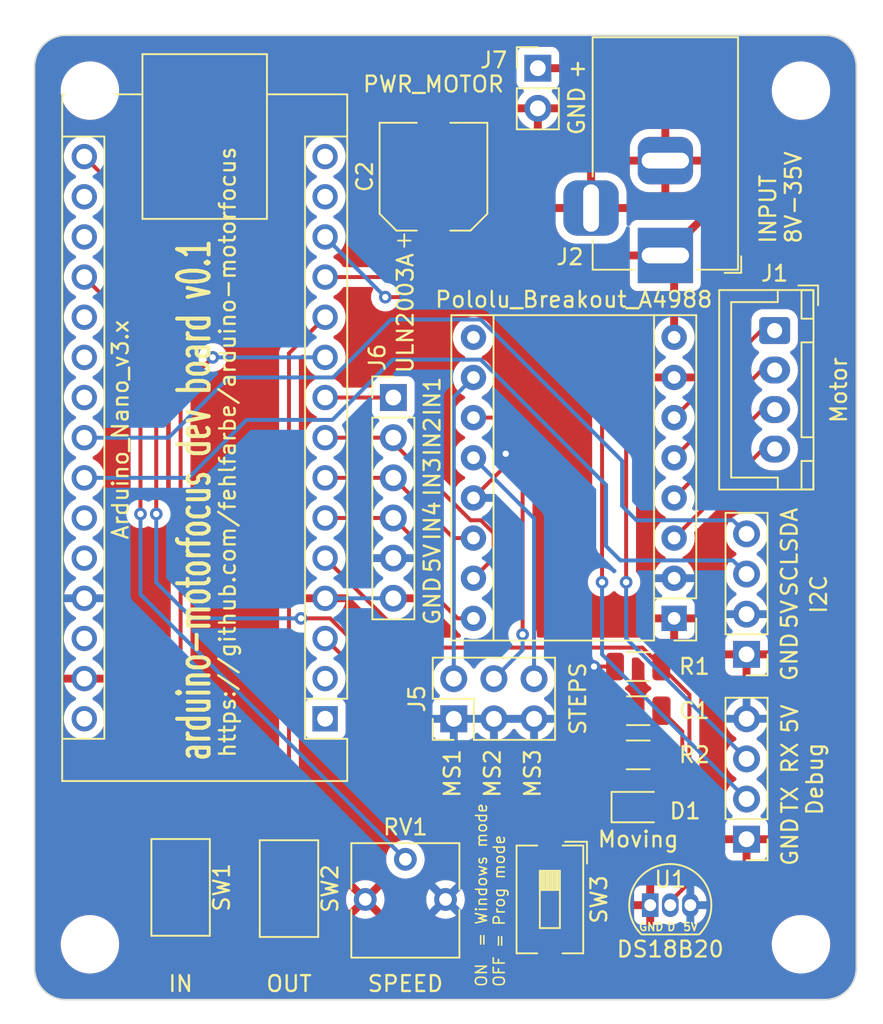
<source format=kicad_pcb>
(kicad_pcb (version 20221018) (generator pcbnew)
  (layers (0 "F.Cu" signal) (31 "B.Cu" signal) (34 "B.Paste" user) (35 "F.Paste" user) (36 "B.SilkS" user "B.Silkscreen") (37 "F.SilkS" user "F.Silkscreen") (38 "B.Mask" user) (39 "F.Mask" user) (44 "Edge.Cuts" user))
  (net 0 "")
  (net 3 "/RST")
  (net 4 "GND")
  (net 5 "/TEMP")
  (net 6 "/DRV_DIR")
  (net 7 "/DRV_SLEEP")
  (net 8 "/DRV_STEP")
  (net 9 "/BTN_IN")
  (net 10 "/BTN_OUT")
  (net 11 "/DBG_RX")
  (net 12 "/DBG_TX")
  (net 15 "/LED")
  (net 18 "/BTN_POTI_SPEED")
  (net 22 "/SDA")
  (net 23 "/SCL")
  (net 26 "+5V")
  (net 28 "Net-(A2-1B)")
  (net 29 "Net-(A2-1A)")
  (net 30 "Net-(A2-2A)")
  (net 31 "Net-(A2-2B)")
  (net 32 "+12V")
  (net 34 "Net-(A2-MS1)")
  (net 35 "Net-(A2-MS2)")
  (net 36 "Net-(A2-MS3)")
  (net 37 "Net-(C1-Pad1)")
  (net 38 "Net-(D1-A)")
  (net 40 "/ULN1")
  (footprint "Module:Pololu_Breakout-16_15.2x20.3mm" (layer "F.Cu") (at 173.472 87.884 180)
    (fp_text reference "A2" hide)
    (fp_text value "Pololu_Breakout_A4988" (at 6.35 20.17) (layer "F.SilkS"))
    (fp_line (start -1.4 -1.4) (end -1.4 0) (stroke (width 0.12)) (layer "F.SilkS"))
    (fp_line (start -1.4 1.27) (end -1.4 19.18) (stroke (width 0.12)) (layer "F.SilkS"))
    (fp_line (start -1.4 19.18) (end 14.1 19.18) (stroke (width 0.12)) (layer "F.SilkS"))
    (fp_line (start 0 -1.4) (end -1.4 -1.4) (stroke (width 0.12)) (layer "F.SilkS"))
    (fp_line (start 1.27 -1.4) (end 1.27 1.27) (stroke (width 0.12)) (layer "F.SilkS"))
    (fp_line (start 1.27 1.27) (end -1.4 1.27) (stroke (width 0.12)) (layer "F.SilkS"))
    (fp_line (start 1.27 1.27) (end 1.27 19.18) (stroke (width 0.12)) (layer "F.SilkS"))
    (fp_line (start 11.43 -1.4) (end 11.43 19.18) (stroke (width 0.12)) (layer "F.SilkS"))
    (fp_line (start 14.1 -1.4) (end 1.27 -1.4) (stroke (width 0.12)) (layer "F.SilkS"))
    (fp_line (start 14.1 19.18) (end 14.1 -1.4) (stroke (width 0.12)) (layer "F.SilkS"))
    (pad "1" thru_hole rect (at 0 0 180) (size 1.6 1.6) (drill 0.8) (layers "*.Cu" "*.Mask") (net 4 "GND"))
    (pad "2" thru_hole oval (at 0 2.54 180) (size 1.6 1.6) (drill 0.8) (layers "*.Cu" "*.Mask") (net 26 "+5V"))
    (pad "3" thru_hole oval (at 0 5.08 180) (size 1.6 1.6) (drill 0.8) (layers "*.Cu" "*.Mask") (net 28 "Net-(A2-1B)"))
    (pad "4" thru_hole oval (at 0 7.62 180) (size 1.6 1.6) (drill 0.8) (layers "*.Cu" "*.Mask") (net 29 "Net-(A2-1A)"))
    (pad "5" thru_hole oval (at 0 10.16 180) (size 1.6 1.6) (drill 0.8) (layers "*.Cu" "*.Mask") (net 30 "Net-(A2-2A)"))
    (pad "6" thru_hole oval (at 0 12.7 180) (size 1.6 1.6) (drill 0.8) (layers "*.Cu" "*.Mask") (net 31 "Net-(A2-2B)"))
    (pad "7" thru_hole oval (at 0 15.24 180) (size 1.6 1.6) (drill 0.8) (layers "*.Cu" "*.Mask") (net 4 "GND"))
    (pad "8" thru_hole oval (at 0 17.78 180) (size 1.6 1.6) (drill 0.8) (layers "*.Cu" "*.Mask") (net 32 "+12V"))
    (pad "9" thru_hole oval (at 12.7 17.78 180) (size 1.6 1.6) (drill 0.8) (layers "*.Cu" "*.Mask"))
    (pad "10" thru_hole oval (at 12.7 15.24 180) (size 1.6 1.6) (drill 0.8) (layers "*.Cu" "*.Mask") (net 34 "Net-(A2-MS1)"))
    (pad "11" thru_hole oval (at 12.7 12.7 180) (size 1.6 1.6) (drill 0.8) (layers "*.Cu" "*.Mask") (net 35 "Net-(A2-MS2)"))
    (pad "12" thru_hole oval (at 12.7 10.16 180) (size 1.6 1.6) (drill 0.8) (layers "*.Cu" "*.Mask") (net 36 "Net-(A2-MS3)"))
    (pad "13" thru_hole oval (at 12.7 7.62 180) (size 1.6 1.6) (drill 0.8) (layers "*.Cu" "*.Mask") (net 26 "+5V"))
    (pad "14" thru_hole oval (at 12.7 5.08 180) (size 1.6 1.6) (drill 0.8) (layers "*.Cu" "*.Mask") (net 7 "/DRV_SLEEP"))
    (pad "15" thru_hole oval (at 12.7 2.54 180) (size 1.6 1.6) (drill 0.8) (layers "*.Cu" "*.Mask") (net 8 "/DRV_STEP"))
    (pad "16" thru_hole oval (at 12.7 0 180) (size 1.6 1.6) (drill 0.8) (layers "*.Cu" "*.Mask") (net 6 "/DRV_DIR"))
  )
  (footprint "Connector_PinHeader_2.54mm:PinHeader_1x02_P2.54mm_Vertical" (layer "F.Cu") (at 164.846 53.081)
    (fp_text reference "J7" (at -2.794 -0.508) (layer "F.SilkS"))
    (fp_text value "PWR_MOTOR" (at -6.604 1.016) (layer "F.SilkS"))
    (fp_line (start -1.33 -1.33) (end 0 -1.33) (stroke (width 0.12)) (layer "F.SilkS"))
    (fp_line (start -1.33 0) (end -1.33 -1.33) (stroke (width 0.12)) (layer "F.SilkS"))
    (fp_line (start -1.33 1.27) (end -1.33 3.87) (stroke (width 0.12)) (layer "F.SilkS"))
    (fp_line (start -1.33 1.27) (end 1.33 1.27) (stroke (width 0.12)) (layer "F.SilkS"))
    (fp_line (start -1.33 3.87) (end 1.33 3.87) (stroke (width 0.12)) (layer "F.SilkS"))
    (fp_line (start 1.33 1.27) (end 1.33 3.87) (stroke (width 0.12)) (layer "F.SilkS"))
    (pad "1" thru_hole rect (at 0 0) (size 1.7 1.7) (drill 1) (layers "*.Cu" "*.Mask") (net 32 "+12V"))
    (pad "2" thru_hole oval (at 0 2.54) (size 1.7 1.7) (drill 1) (layers "*.Cu" "*.Mask") (net 4 "GND"))
  )
  (footprint "Resistor_SMD:R_1206_3216Metric" (layer "F.Cu") (at 171.196 96.52 180)
    (fp_text reference "R2" (at -3.556 0) (layer "F.SilkS"))
    (fp_text value "680")
    (fp_line (start -0.727064 -0.91) (end 0.727064 -0.91) (stroke (width 0.12)) (layer "F.SilkS"))
    (fp_line (start -0.727064 0.91) (end 0.727064 0.91) (stroke (width 0.12)) (layer "F.SilkS"))
    (pad "1" smd roundrect (at -1.4625 0 180) (size 1.125 1.75) (layers "F.Cu" "F.Paste" "F.Mask") (roundrect_rratio 0.2222222222) (net 38 "Net-(D1-A)"))
    (pad "2" smd roundrect (at 1.4625 0 180) (size 1.125 1.75) (layers "F.Cu" "F.Paste" "F.Mask") (roundrect_rratio 0.2222222222) (net 15 "/LED"))
  )
  (footprint "Capacitor_SMD:CP_Elec_6.3x5.9" (layer "F.Cu") (at 158.242 59.944 90)
    (fp_text reference "C2" (at 0 -4.35 90) (layer "F.SilkS"))
    (fp_text value "C_Polarized")
    (fp_line (start -4.4375 -1.8475) (end -3.65 -1.8475) (stroke (width 0.12)) (layer "F.SilkS"))
    (fp_line (start -4.04375 -2.24125) (end -4.04375 -1.45375) (stroke (width 0.12)) (layer "F.SilkS"))
    (fp_line (start -3.41 -2.345563) (end -3.41 -1.06) (stroke (width 0.12)) (layer "F.SilkS"))
    (fp_line (start -3.41 -2.345563) (end -2.345563 -3.41) (stroke (width 0.12)) (layer "F.SilkS"))
    (fp_line (start -3.41 2.345563) (end -3.41 1.06) (stroke (width 0.12)) (layer "F.SilkS"))
    (fp_line (start -3.41 2.345563) (end -2.345563 3.41) (stroke (width 0.12)) (layer "F.SilkS"))
    (fp_line (start -2.345563 -3.41) (end 3.41 -3.41) (stroke (width 0.12)) (layer "F.SilkS"))
    (fp_line (start -2.345563 3.41) (end 3.41 3.41) (stroke (width 0.12)) (layer "F.SilkS"))
    (fp_line (start 3.41 -3.41) (end 3.41 -1.06) (stroke (width 0.12)) (layer "F.SilkS"))
    (fp_line (start 3.41 3.41) (end 3.41 1.06) (stroke (width 0.12)) (layer "F.SilkS"))
    (pad "1" smd roundrect (at -2.8 0 90) (size 3.5 1.6) (layers "F.Cu" "F.Paste" "F.Mask") (roundrect_rratio 0.15625) (net 32 "+12V"))
    (pad "2" smd roundrect (at 2.8 0 90) (size 3.5 1.6) (layers "F.Cu" "F.Paste" "F.Mask") (roundrect_rratio 0.15625) (net 4 "GND"))
  )
  (footprint "Module:Arduino_Nano" (layer "F.Cu") (at 151.384 94.234 180)
    (fp_text reference "A1")
    (fp_text value "Arduino_Nano_v3.x" (at 12.954 18.288 90) (layer "F.SilkS"))
    (fp_line (start -1.4 -3.94) (end -1.4 -1.27) (stroke (width 0.12)) (layer "F.SilkS"))
    (fp_line (start -1.4 1.27) (end -1.4 39.5) (stroke (width 0.12)) (layer "F.SilkS"))
    (fp_line (start -1.4 39.5) (end 3.68 39.5) (stroke (width 0.12)) (layer "F.SilkS"))
    (fp_line (start 1.27 -1.27) (end -1.4 -1.27) (stroke (width 0.12)) (layer "F.SilkS"))
    (fp_line (start 1.27 1.27) (end -1.4 1.27) (stroke (width 0.12)) (layer "F.SilkS"))
    (fp_line (start 1.27 1.27) (end 1.27 -1.27) (stroke (width 0.12)) (layer "F.SilkS"))
    (fp_line (start 1.27 1.27) (end 1.27 36.83) (stroke (width 0.12)) (layer "F.SilkS"))
    (fp_line (start 1.27 36.83) (end -1.4 36.83) (stroke (width 0.12)) (layer "F.SilkS"))
    (fp_line (start 3.68 31.62) (end 11.56 31.62) (stroke (width 0.12)) (layer "F.SilkS"))
    (fp_line (start 3.68 42.04) (end 3.68 31.62) (stroke (width 0.12)) (layer "F.SilkS"))
    (fp_line (start 11.56 31.62) (end 11.56 42.04) (stroke (width 0.12)) (layer "F.SilkS"))
    (fp_line (start 11.56 42.04) (end 3.68 42.04) (stroke (width 0.12)) (layer "F.SilkS"))
    (fp_line (start 13.97 -1.27) (end 13.97 36.83) (stroke (width 0.12)) (layer "F.SilkS"))
    (fp_line (start 13.97 -1.27) (end 16.64 -1.27) (stroke (width 0.12)) (layer "F.SilkS"))
    (fp_line (start 13.97 36.83) (end 16.64 36.83) (stroke (width 0.12)) (layer "F.SilkS"))
    (fp_line (start 16.64 -3.94) (end -1.4 -3.94) (stroke (width 0.12)) (layer "F.SilkS"))
    (fp_line (start 16.64 39.5) (end 11.56 39.5) (stroke (width 0.12)) (layer "F.SilkS"))
    (fp_line (start 16.64 39.5) (end 16.64 -3.94) (stroke (width 0.12)) (layer "F.SilkS"))
    (pad "1" thru_hole rect (at 0 0 180) (size 1.6 1.6) (drill 1) (layers "*.Cu" "*.Mask"))
    (pad "2" thru_hole oval (at 0 2.54 180) (size 1.6 1.6) (drill 1) (layers "*.Cu" "*.Mask"))
    (pad "3" thru_hole oval (at 0 5.08 180) (size 1.6 1.6) (drill 1) (layers "*.Cu" "*.Mask") (net 3 "/RST"))
    (pad "4" thru_hole oval (at 0 7.62 180) (size 1.6 1.6) (drill 1) (layers "*.Cu" "*.Mask") (net 4 "GND"))
    (pad "5" thru_hole oval (at 0 10.16 180) (size 1.6 1.6) (drill 1) (layers "*.Cu" "*.Mask") (net 5 "/TEMP"))
    (pad "6" thru_hole oval (at 0 12.7 180) (size 1.6 1.6) (drill 1) (layers "*.Cu" "*.Mask") (net 6 "/DRV_DIR"))
    (pad "7" thru_hole oval (at 0 15.24 180) (size 1.6 1.6) (drill 1) (layers "*.Cu" "*.Mask") (net 7 "/DRV_SLEEP"))
    (pad "8" thru_hole oval (at 0 17.78 180) (size 1.6 1.6) (drill 1) (layers "*.Cu" "*.Mask") (net 8 "/DRV_STEP"))
    (pad "9" thru_hole oval (at 0 20.32 180) (size 1.6 1.6) (drill 1) (layers "*.Cu" "*.Mask") (net 40 "/ULN1"))
    (pad "10" thru_hole oval (at 0 22.86 180) (size 1.6 1.6) (drill 1) (layers "*.Cu" "*.Mask") (net 9 "/BTN_IN"))
    (pad "11" thru_hole oval (at 0 25.4 180) (size 1.6 1.6) (drill 1) (layers "*.Cu" "*.Mask") (net 10 "/BTN_OUT"))
    (pad "12" thru_hole oval (at 0 27.94 180) (size 1.6 1.6) (drill 1) (layers "*.Cu" "*.Mask") (net 11 "/DBG_RX"))
    (pad "13" thru_hole oval (at 0 30.48 180) (size 1.6 1.6) (drill 1) (layers "*.Cu" "*.Mask") (net 12 "/DBG_TX"))
    (pad "14" thru_hole oval (at 0 33.02 180) (size 1.6 1.6) (drill 1) (layers "*.Cu" "*.Mask"))
    (pad "15" thru_hole oval (at 0 35.56 180) (size 1.6 1.6) (drill 1) (layers "*.Cu" "*.Mask"))
    (pad "16" thru_hole oval (at 15.24 35.56 180) (size 1.6 1.6) (drill 1) (layers "*.Cu" "*.Mask") (net 15 "/LED"))
    (pad "17" thru_hole oval (at 15.24 33.02 180) (size 1.6 1.6) (drill 1) (layers "*.Cu" "*.Mask"))
    (pad "18" thru_hole oval (at 15.24 30.48 180) (size 1.6 1.6) (drill 1) (layers "*.Cu" "*.Mask"))
    (pad "19" thru_hole oval (at 15.24 27.94 180) (size 1.6 1.6) (drill 1) (layers "*.Cu" "*.Mask") (net 18 "/BTN_POTI_SPEED"))
    (pad "20" thru_hole oval (at 15.24 25.4 180) (size 1.6 1.6) (drill 1) (layers "*.Cu" "*.Mask"))
    (pad "21" thru_hole oval (at 15.24 22.86 180) (size 1.6 1.6) (drill 1) (layers "*.Cu" "*.Mask"))
    (pad "22" thru_hole oval (at 15.24 20.32 180) (size 1.6 1.6) (drill 1) (layers "*.Cu" "*.Mask"))
    (pad "23" thru_hole oval (at 15.24 17.78 180) (size 1.6 1.6) (drill 1) (layers "*.Cu" "*.Mask") (net 22 "/SDA"))
    (pad "24" thru_hole oval (at 15.24 15.24 180) (size 1.6 1.6) (drill 1) (layers "*.Cu" "*.Mask") (net 23 "/SCL"))
    (pad "25" thru_hole oval (at 15.24 12.7 180) (size 1.6 1.6) (drill 1) (layers "*.Cu" "*.Mask"))
    (pad "26" thru_hole oval (at 15.24 10.16 180) (size 1.6 1.6) (drill 1) (layers "*.Cu" "*.Mask"))
    (pad "27" thru_hole oval (at 15.24 7.62 180) (size 1.6 1.6) (drill 1) (layers "*.Cu" "*.Mask") (net 26 "+5V"))
    (pad "28" thru_hole oval (at 15.24 5.08 180) (size 1.6 1.6) (drill 1) (layers "*.Cu" "*.Mask"))
    (pad "29" thru_hole oval (at 15.24 2.54 180) (size 1.6 1.6) (drill 1) (layers "*.Cu" "*.Mask") (net 4 "GND"))
    (pad "30" thru_hole oval (at 15.24 0 180) (size 1.6 1.6) (drill 1) (layers "*.Cu" "*.Mask"))
  )
  (footprint "Button_Switch_SMD:SW_DIP_SPSTx01_Slide_6.7x4.1mm_W6.73mm_P2.54mm_LowProfile_JPin" (layer "F.Cu") (at 165.608 105.664 -90)
    (fp_text reference "SW3" (at 0 -3.11 90) (layer "F.SilkS"))
    (fp_text value "WIN")
    (fp_line (start -3.65 -2.35) (end -3.65 -0.967) (stroke (width 0.12)) (layer "F.SilkS"))
    (fp_line (start -3.65 -2.35) (end -2.267 -2.35) (stroke (width 0.12)) (layer "F.SilkS"))
    (fp_line (start -3.41 -2.11) (end -3.41 -0.8) (stroke (width 0.12)) (layer "F.SilkS"))
    (fp_line (start -3.41 -2.11) (end 3.41 -2.11) (stroke (width 0.12)) (layer "F.SilkS"))
    (fp_line (start -3.41 0.8) (end -3.41 2.11) (stroke (width 0.12)) (layer "F.SilkS"))
    (fp_line (start -3.41 2.11) (end 3.41 2.11) (stroke (width 0.12)) (layer "F.SilkS"))
    (fp_line (start -1.81 -0.635) (end -1.81 0.635) (stroke (width 0.12)) (layer "F.SilkS"))
    (fp_line (start -1.81 -0.515) (end -0.603333 -0.515) (stroke (width 0.12)) (layer "F.SilkS"))
    (fp_line (start -1.81 -0.395) (end -0.603333 -0.395) (stroke (width 0.12)) (layer "F.SilkS"))
    (fp_line (start -1.81 -0.275) (end -0.603333 -0.275) (stroke (width 0.12)) (layer "F.SilkS"))
    (fp_line (start -1.81 -0.155) (end -0.603333 -0.155) (stroke (width 0.12)) (layer "F.SilkS"))
    (fp_line (start -1.81 -0.035) (end -0.603333 -0.035) (stroke (width 0.12)) (layer "F.SilkS"))
    (fp_line (start -1.81 0.085) (end -0.603333 0.085) (stroke (width 0.12)) (layer "F.SilkS"))
    (fp_line (start -1.81 0.205) (end -0.603333 0.205) (stroke (width 0.12)) (layer "F.SilkS"))
    (fp_line (start -1.81 0.325) (end -0.603333 0.325) (stroke (width 0.12)) (layer "F.SilkS"))
    (fp_line (start -1.81 0.445) (end -0.603333 0.445) (stroke (width 0.12)) (layer "F.SilkS"))
    (fp_line (start -1.81 0.565) (end -0.603333 0.565) (stroke (width 0.12)) (layer "F.SilkS"))
    (fp_line (start -1.81 0.635) (end 1.81 0.635) (stroke (width 0.12)) (layer "F.SilkS"))
    (fp_line (start -0.603333 -0.635) (end -0.603333 0.635) (stroke (width 0.12)) (layer "F.SilkS"))
    (fp_line (start 1.81 -0.635) (end -1.81 -0.635) (stroke (width 0.12)) (layer "F.SilkS"))
    (fp_line (start 1.81 0.635) (end 1.81 -0.635) (stroke (width 0.12)) (layer "F.SilkS"))
    (fp_line (start 3.41 -2.11) (end 3.41 -0.8) (stroke (width 0.12)) (layer "F.SilkS"))
    (fp_line (start 3.41 0.8) (end 3.41 2.11) (stroke (width 0.12)) (layer "F.SilkS"))
    (pad "1" smd rect (at -3.365 0 270) (size 2.16 1.12) (layers "F.Cu" "F.Paste" "F.Mask") (net 3 "/RST"))
    (pad "2" smd rect (at 3.365 0 270) (size 2.16 1.12) (layers "F.Cu" "F.Paste" "F.Mask") (net 37 "Net-(C1-Pad1)"))
  )
  (footprint "Package_TO_SOT_THT:TO-92_Inline" (layer "F.Cu") (at 171.958 106.024)
    (fp_text reference "U1" (at 1.27 -1.63) (layer "F.SilkS"))
    (fp_text value "DS18B20" (at 1.27 2.79) (layer "F.SilkS"))
    (fp_line (start -0.53 1.85) (end 3.07 1.85) (stroke (width 0.12)) (layer "F.SilkS"))
    (fp_arc (start -0.568478 1.838478) (mid -1.132087 -0.994977) (end 1.27 -2.6) (stroke (width 0.12)) (layer "F.SilkS"))
    (fp_arc (start 1.27 -2.6) (mid 3.672087 -0.994977) (end 3.108478 1.838478) (stroke (width 0.12)) (layer "F.SilkS"))
    (pad "1" thru_hole rect (at 0 0) (size 1.05 1.5) (drill 0.75) (layers "*.Cu" "*.Mask") (net 4 "GND"))
    (pad "2" thru_hole oval (at 1.27 0) (size 1.05 1.5) (drill 0.75) (layers "*.Cu" "*.Mask") (net 5 "/TEMP"))
    (pad "3" thru_hole oval (at 2.54 0) (size 1.05 1.5) (drill 0.75) (layers "*.Cu" "*.Mask") (net 26 "+5V"))
  )
  (footprint "MountingHole:MountingHole_3.2mm_M3" (layer "F.Cu") (at 181.5 54.5)
    (fp_text reference "H1" hide)
    (fp_text value "MountingHole")
    (pad "" np_thru_hole circle (at 0 0) (size 3.2 3.2) (drill 3.2) (layers "*.Cu" "*.Mask"))
  )
  (footprint "Capacitor_SMD:C_1206_3216Metric" (layer "F.Cu") (at 171.196 93.726 180)
    (fp_text reference "C1" (at -3.556 0) (layer "F.SilkS"))
    (fp_text value "10uF")
    (fp_line (start -0.711252 -0.91) (end 0.711252 -0.91) (stroke (width 0.12)) (layer "F.SilkS"))
    (fp_line (start -0.711252 0.91) (end 0.711252 0.91) (stroke (width 0.12)) (layer "F.SilkS"))
    (pad "1" smd roundrect (at -1.475 0 180) (size 1.15 1.8) (layers "F.Cu" "F.Paste" "F.Mask") (roundrect_rratio 0.2173913043) (net 37 "Net-(C1-Pad1)"))
    (pad "2" smd roundrect (at 1.475 0 180) (size 1.15 1.8) (layers "F.Cu" "F.Paste" "F.Mask") (roundrect_rratio 0.2173913043) (net 4 "GND"))
  )
  (footprint "Connector_BarrelJack:BarrelJack_Horizontal" (layer "F.Cu") (at 172.9155 64.928 -90)
    (fp_text reference "J2" (at 0.096 6.0375 -180) (layer "F.SilkS"))
    (fp_text value "PWR_MOTOR")
    (fp_line (start -13.8 -4.6) (end 0.9 -4.6) (stroke (width 0.12)) (layer "F.SilkS"))
    (fp_line (start -13.8 4.6) (end -13.8 -4.6) (stroke (width 0.12)) (layer "F.SilkS"))
    (fp_line (start -5 4.6) (end -13.8 4.6) (stroke (width 0.12)) (layer "F.SilkS"))
    (fp_line (start 0.05 -4.8) (end 1.1 -4.8) (stroke (width 0.12)) (layer "F.SilkS"))
    (fp_line (start 0.9 -4.6) (end 0.9 -2) (stroke (width 0.12)) (layer "F.SilkS"))
    (fp_line (start 0.9 1.9) (end 0.9 4.6) (stroke (width 0.12)) (layer "F.SilkS"))
    (fp_line (start 0.9 4.6) (end -1 4.6) (stroke (width 0.12)) (layer "F.SilkS"))
    (fp_line (start 1.1 -3.75) (end 1.1 -4.8) (stroke (width 0.12)) (layer "F.SilkS"))
    (pad "1" thru_hole rect (at 0 0 270) (size 3.5 3.5) (drill oval 1 3) (layers "*.Cu" "*.Mask") (net 32 "+12V"))
    (pad "2" thru_hole roundrect (at -6 0 270) (size 3 3.5) (drill oval 1 3) (layers "*.Cu" "*.Mask") (net 4 "GND"))
    (pad "3" thru_hole roundrect (at -3 4.7 270) (size 3.5 3.5) (drill oval 3 1) (layers "*.Cu" "*.Mask") (net 4 "GND"))
  )
  (footprint "MountingHole:MountingHole_3.2mm_M3" (layer "F.Cu") (at 136.5 108.5)
    (fp_text reference "H3" hide)
    (fp_text value "MountingHole")
    (pad "" np_thru_hole circle (at 0 0) (size 3.2 3.2) (drill 3.2) (layers "*.Cu" "*.Mask"))
  )
  (footprint "Connector_JST:JST_XH_B4B-XH-A_1x04_P2.50mm_Vertical" (layer "F.Cu") (at 179.832 69.676 -90)
    (fp_text reference "J1" (at -3.616 0 -180) (layer "F.SilkS"))
    (fp_text value "Motor" (at 3.77 -4.064 90) (layer "F.SilkS"))
    (fp_line (start -2.85 -2.75) (end -2.85 -1.5) (stroke (width 0.12)) (layer "F.SilkS"))
    (fp_line (start -2.56 -2.46) (end -2.56 3.51) (stroke (width 0.12)) (layer "F.SilkS"))
    (fp_line (start -2.56 3.51) (end 10.06 3.51) (stroke (width 0.12)) (layer "F.SilkS"))
    (fp_line (start -2.55 -2.45) (end -2.55 -1.7) (stroke (width 0.12)) (layer "F.SilkS"))
    (fp_line (start -2.55 -1.7) (end -0.75 -1.7) (stroke (width 0.12)) (layer "F.SilkS"))
    (fp_line (start -2.55 -0.2) (end -1.8 -0.2) (stroke (width 0.12)) (layer "F.SilkS"))
    (fp_line (start -1.8 -0.2) (end -1.8 2.75) (stroke (width 0.12)) (layer "F.SilkS"))
    (fp_line (start -1.8 2.75) (end 3.75 2.75) (stroke (width 0.12)) (layer "F.SilkS"))
    (fp_line (start -1.6 -2.75) (end -2.85 -2.75) (stroke (width 0.12)) (layer "F.SilkS"))
    (fp_line (start -0.75 -2.45) (end -2.55 -2.45) (stroke (width 0.12)) (layer "F.SilkS"))
    (fp_line (start -0.75 -1.7) (end -0.75 -2.45) (stroke (width 0.12)) (layer "F.SilkS"))
    (fp_line (start 0.75 -2.45) (end 0.75 -1.7) (stroke (width 0.12)) (layer "F.SilkS"))
    (fp_line (start 0.75 -1.7) (end 6.75 -1.7) (stroke (width 0.12)) (layer "F.SilkS"))
    (fp_line (start 6.75 -2.45) (end 0.75 -2.45) (stroke (width 0.12)) (layer "F.SilkS"))
    (fp_line (start 6.75 -1.7) (end 6.75 -2.45) (stroke (width 0.12)) (layer "F.SilkS"))
    (fp_line (start 8.25 -2.45) (end 8.25 -1.7) (stroke (width 0.12)) (layer "F.SilkS"))
    (fp_line (start 8.25 -1.7) (end 10.05 -1.7) (stroke (width 0.12)) (layer "F.SilkS"))
    (fp_line (start 9.3 -0.2) (end 9.3 2.75) (stroke (width 0.12)) (layer "F.SilkS"))
    (fp_line (start 9.3 2.75) (end 3.75 2.75) (stroke (width 0.12)) (layer "F.SilkS"))
    (fp_line (start 10.05 -2.45) (end 8.25 -2.45) (stroke (width 0.12)) (layer "F.SilkS"))
    (fp_line (start 10.05 -1.7) (end 10.05 -2.45) (stroke (width 0.12)) (layer "F.SilkS"))
    (fp_line (start 10.05 -0.2) (end 9.3 -0.2) (stroke (width 0.12)) (layer "F.SilkS"))
    (fp_line (start 10.06 -2.46) (end -2.56 -2.46) (stroke (width 0.12)) (layer "F.SilkS"))
    (fp_line (start 10.06 3.51) (end 10.06 -2.46) (stroke (width 0.12)) (layer "F.SilkS"))
    (pad "1" thru_hole roundrect (at 0 0 270) (size 1.7 1.95) (drill 0.95) (layers "*.Cu" "*.Mask") (roundrect_rratio 0.1470588235) (net 31 "Net-(A2-2B)"))
    (pad "2" thru_hole oval (at 2.5 0 270) (size 1.7 1.95) (drill 0.95) (layers "*.Cu" "*.Mask") (net 30 "Net-(A2-2A)"))
    (pad "3" thru_hole oval (at 5 0 270) (size 1.7 1.95) (drill 0.95) (layers "*.Cu" "*.Mask") (net 29 "Net-(A2-1A)"))
    (pad "4" thru_hole oval (at 7.5 0 270) (size 1.7 1.95) (drill 0.95) (layers "*.Cu" "*.Mask") (net 28 "Net-(A2-1B)"))
  )
  (footprint "MountingHole:MountingHole_3.2mm_M3" (layer "F.Cu") (at 136.5 54.5)
    (fp_text reference "H2" hide)
    (fp_text value "MountingHole")
    (pad "" np_thru_hole circle (at 0 0) (size 3.2 3.2) (drill 3.2) (layers "*.Cu" "*.Mask"))
  )
  (footprint "LED_SMD:LED_0805_2012Metric" (layer "F.Cu") (at 171.196 99.822)
    (fp_text reference "D1" (at 2.9695 0.254) (layer "F.SilkS"))
    (fp_text value "Moving" (at 0 2.032) (layer "F.SilkS"))
    (fp_line (start -1.685 -0.96) (end -1.685 0.96) (stroke (width 0.12)) (layer "F.SilkS"))
    (fp_line (start -1.685 0.96) (end 1 0.96) (stroke (width 0.12)) (layer "F.SilkS"))
    (fp_line (start 1 -0.96) (end -1.685 -0.96) (stroke (width 0.12)) (layer "F.SilkS"))
    (pad "1" smd roundrect (at -0.9375 0) (size 0.975 1.4) (layers "F.Cu" "F.Paste" "F.Mask") (net 4 "GND"))
    (pad "2" smd roundrect (at 0.9375 0) (size 0.975 1.4) (layers "F.Cu" "F.Paste" "F.Mask") (net 38 "Net-(D1-A)"))
  )
  (footprint "Connector_PinHeader_2.54mm:PinHeader_2x03_P2.54mm_Vertical" (layer "F.Cu") (at 159.527 94.239 90)
    (fp_text reference "J5" (at 1.27 -2.33 90) (layer "F.SilkS"))
    (fp_text value "STEPS" (at 1.275 7.859 90) (layer "F.SilkS"))
    (fp_line (start -1.33 -1.33) (end 0 -1.33) (stroke (width 0.12)) (layer "F.SilkS"))
    (fp_line (start -1.33 0) (end -1.33 -1.33) (stroke (width 0.12)) (layer "F.SilkS"))
    (fp_line (start -1.33 1.27) (end -1.33 6.41) (stroke (width 0.12)) (layer "F.SilkS"))
    (fp_line (start -1.33 1.27) (end 1.27 1.27) (stroke (width 0.12)) (layer "F.SilkS"))
    (fp_line (start -1.33 6.41) (end 3.87 6.41) (stroke (width 0.12)) (layer "F.SilkS"))
    (fp_line (start 1.27 -1.33) (end 3.87 -1.33) (stroke (width 0.12)) (layer "F.SilkS"))
    (fp_line (start 1.27 1.27) (end 1.27 -1.33) (stroke (width 0.12)) (layer "F.SilkS"))
    (fp_line (start 3.87 -1.33) (end 3.87 6.41) (stroke (width 0.12)) (layer "F.SilkS"))
    (pad "1" thru_hole rect (at 0 0 90) (size 1.7 1.7) (drill 1) (layers "*.Cu" "*.Mask") (net 26 "+5V"))
    (pad "2" thru_hole oval (at 2.54 0 90) (size 1.7 1.7) (drill 1) (layers "*.Cu" "*.Mask") (net 34 "Net-(A2-MS1)"))
    (pad "3" thru_hole oval (at 0 2.54 90) (size 1.7 1.7) (drill 1) (layers "*.Cu" "*.Mask") (net 26 "+5V"))
    (pad "4" thru_hole oval (at 2.54 2.54 90) (size 1.7 1.7) (drill 1) (layers "*.Cu" "*.Mask") (net 35 "Net-(A2-MS2)"))
    (pad "5" thru_hole oval (at 0 5.08 90) (size 1.7 1.7) (drill 1) (layers "*.Cu" "*.Mask") (net 26 "+5V"))
    (pad "6" thru_hole oval (at 2.54 5.08 90) (size 1.7 1.7) (drill 1) (layers "*.Cu" "*.Mask") (net 36 "Net-(A2-MS3)"))
  )
  (footprint "Connector_PinHeader_2.54mm:PinHeader_1x04_P2.54mm_Vertical" (layer "F.Cu") (at 178.054 90.16 180)
    (fp_text reference "J4" hide)
    (fp_text value "I2C" (at -4.572 3.8 90) (layer "F.SilkS"))
    (fp_line (start -1.33 -1.33) (end 0 -1.33) (stroke (width 0.12)) (layer "F.SilkS"))
    (fp_line (start -1.33 0) (end -1.33 -1.33) (stroke (width 0.12)) (layer "F.SilkS"))
    (fp_line (start -1.33 1.27) (end -1.33 8.95) (stroke (width 0.12)) (layer "F.SilkS"))
    (fp_line (start -1.33 1.27) (end 1.33 1.27) (stroke (width 0.12)) (layer "F.SilkS"))
    (fp_line (start -1.33 8.95) (end 1.33 8.95) (stroke (width 0.12)) (layer "F.SilkS"))
    (fp_line (start 1.33 1.27) (end 1.33 8.95) (stroke (width 0.12)) (layer "F.SilkS"))
    (pad "1" thru_hole rect (at 0 0 180) (size 1.7 1.7) (drill 1) (layers "*.Cu" "*.Mask") (net 4 "GND"))
    (pad "2" thru_hole oval (at 0 2.54 180) (size 1.7 1.7) (drill 1) (layers "*.Cu" "*.Mask") (net 26 "+5V"))
    (pad "3" thru_hole oval (at 0 5.08 180) (size 1.7 1.7) (drill 1) (layers "*.Cu" "*.Mask") (net 23 "/SCL"))
    (pad "4" thru_hole oval (at 0 7.62 180) (size 1.7 1.7) (drill 1) (layers "*.Cu" "*.Mask") (net 22 "/SDA"))
  )
  (footprint "Connector_PinHeader_2.54mm:PinHeader_1x04_P2.54mm_Vertical" (layer "F.Cu") (at 178.054 101.854 180)
    (fp_text reference "J3" hide)
    (fp_text value "Debug" (at -4.318 3.81 90) (layer "F.SilkS"))
    (fp_line (start -1.33 -1.33) (end 0 -1.33) (stroke (width 0.12)) (layer "F.SilkS"))
    (fp_line (start -1.33 0) (end -1.33 -1.33) (stroke (width 0.12)) (layer "F.SilkS"))
    (fp_line (start -1.33 1.27) (end -1.33 8.95) (stroke (width 0.12)) (layer "F.SilkS"))
    (fp_line (start -1.33 1.27) (end 1.33 1.27) (stroke (width 0.12)) (layer "F.SilkS"))
    (fp_line (start -1.33 8.95) (end 1.33 8.95) (stroke (width 0.12)) (layer "F.SilkS"))
    (fp_line (start 1.33 1.27) (end 1.33 8.95) (stroke (width 0.12)) (layer "F.SilkS"))
    (pad "1" thru_hole rect (at 0 0 180) (size 1.7 1.7) (drill 1) (layers "*.Cu" "*.Mask") (net 4 "GND"))
    (pad "2" thru_hole oval (at 0 2.54 180) (size 1.7 1.7) (drill 1) (layers "*.Cu" "*.Mask") (net 12 "/DBG_TX"))
    (pad "3" thru_hole oval (at 0 5.08 180) (size 1.7 1.7) (drill 1) (layers "*.Cu" "*.Mask") (net 11 "/DBG_RX"))
    (pad "4" thru_hole oval (at 0 7.62 180) (size 1.7 1.7) (drill 1) (layers "*.Cu" "*.Mask") (net 26 "+5V"))
  )
  (footprint "Button_Switch_SMD:SW_SPST_CK_RS282G05A3" (layer "F.Cu") (at 142.24 104.902 -90)
    (fp_text reference "SW1" (at 0 -2.6 90) (layer "F.SilkS"))
    (fp_text value "IN" (at 6.096 0 180) (layer "F.SilkS"))
    (fp_line (start -3.06 -1.85) (end 3.06 -1.85) (stroke (width 0.12)) (layer "F.SilkS"))
    (fp_line (start -3.06 1.85) (end -3.06 -1.85) (stroke (width 0.12)) (layer "F.SilkS"))
    (fp_line (start 3.06 -1.85) (end 3.06 1.85) (stroke (width 0.12)) (layer "F.SilkS"))
    (fp_line (start 3.06 1.85) (end -3.06 1.85) (stroke (width 0.12)) (layer "F.SilkS"))
    (pad "1" smd rect (at -3.9 0 270) (size 1.5 1.5) (layers "F.Cu" "F.Paste" "F.Mask") (net 9 "/BTN_IN"))
    (pad "2" smd rect (at 3.9 0 270) (size 1.5 1.5) (layers "F.Cu" "F.Paste" "F.Mask") (net 4 "GND"))
  )
  (footprint "Button_Switch_SMD:SW_SPST_CK_RS282G05A3" (layer "F.Cu") (at 149.098 104.977 -90)
    (fp_text reference "SW2" (at 0 -2.6 90) (layer "F.SilkS"))
    (fp_text value "OUT" (at 6.021 0 180) (layer "F.SilkS"))
    (fp_line (start -3.06 -1.85) (end 3.06 -1.85) (stroke (width 0.12)) (layer "F.SilkS"))
    (fp_line (start -3.06 1.85) (end -3.06 -1.85) (stroke (width 0.12)) (layer "F.SilkS"))
    (fp_line (start 3.06 -1.85) (end 3.06 1.85) (stroke (width 0.12)) (layer "F.SilkS"))
    (fp_line (start 3.06 1.85) (end -3.06 1.85) (stroke (width 0.12)) (layer "F.SilkS"))
    (pad "1" smd rect (at -3.9 0 270) (size 1.5 1.5) (layers "F.Cu" "F.Paste" "F.Mask") (net 10 "/BTN_OUT"))
    (pad "2" smd rect (at 3.9 0 270) (size 1.5 1.5) (layers "F.Cu" "F.Paste" "F.Mask") (net 4 "GND"))
  )
  (footprint "Resistor_SMD:R_1206_3216Metric" (layer "F.Cu") (at 171.196 90.932)
    (fp_text reference "R1" (at 3.556 0) (layer "F.SilkS"))
    (fp_text value "10K")
    (fp_line (start -0.727064 -0.91) (end 0.727064 -0.91) (stroke (width 0.12)) (layer "F.SilkS"))
    (fp_line (start -0.727064 0.91) (end 0.727064 0.91) (stroke (width 0.12)) (layer "F.SilkS"))
    (pad "1" smd roundrect (at -1.4625 0) (size 1.125 1.75) (layers "F.Cu" "F.Paste" "F.Mask") (roundrect_rratio 0.2222222222) (net 26 "+5V"))
    (pad "2" smd roundrect (at 1.4625 0) (size 1.125 1.75) (layers "F.Cu" "F.Paste" "F.Mask") (roundrect_rratio 0.2222222222) (net 5 "/TEMP"))
  )
  (footprint "Potentiometer_THT:Potentiometer_Vishay_T73YP_Vertical" (layer "F.Cu") (at 159.004 105.664 90)
    (fp_text reference "RV1" (at 4.572 -2.54 180) (layer "F.SilkS"))
    (fp_text value "SPEED" (at -5.334 -2.54 180) (layer "F.SilkS"))
    (fp_line (start -3.68 -5.96) (end -3.68 0.88) (stroke (width 0.12)) (layer "F.SilkS"))
    (fp_line (start -3.68 -5.96) (end -0.65 -5.96) (stroke (width 0.12)) (layer "F.SilkS"))
    (fp_line (start -3.68 0.88) (end -0.65 0.88) (stroke (width 0.12)) (layer "F.SilkS"))
    (fp_line (start 0.65 -5.96) (end 3.56 -5.96) (stroke (width 0.12)) (layer "F.SilkS"))
    (fp_line (start 0.65 0.88) (end 3.56 0.88) (stroke (width 0.12)) (layer "F.SilkS"))
    (fp_line (start 3.56 -5.96) (end 3.56 0.88) (stroke (width 0.12)) (layer "F.SilkS"))
    (pad "1" thru_hole circle (at 0 0 90) (size 1.44 1.44) (drill 0.8) (layers "*.Cu" "*.Mask") (net 26 "+5V"))
    (pad "2" thru_hole circle (at 2.54 -2.54 90) (size 1.44 1.44) (drill 0.8) (layers "*.Cu" "*.Mask") (net 18 "/BTN_POTI_SPEED"))
    (pad "3" thru_hole circle (at 0 -5.08 90) (size 1.44 1.44) (drill 0.8) (layers "*.Cu" "*.Mask") (net 4 "GND"))
  )
  (footprint "MountingHole:MountingHole_3.2mm_M3" (layer "F.Cu") (at 181.5 108.5)
    (fp_text reference "H4" hide)
    (fp_text value "MountingHole")
    (pad "" np_thru_hole circle (at 0 0) (size 3.2 3.2) (drill 3.2) (layers "*.Cu" "*.Mask"))
  )
  (footprint "Connector_PinHeader_2.54mm:PinHeader_1x06_P2.54mm_Vertical" (layer "F.Cu") (at 155.702 73.914)
    (fp_text reference "J6" (at -1.016 -2.54 90) (layer "F.SilkS"))
    (fp_text value "ULN2003A" (at 0.762 -5.334 90) (layer "F.SilkS"))
    (fp_line (start -1.33 -1.33) (end 0 -1.33) (stroke (width 0.12)) (layer "F.SilkS"))
    (fp_line (start -1.33 0) (end -1.33 -1.33) (stroke (width 0.12)) (layer "F.SilkS"))
    (fp_line (start -1.33 1.27) (end -1.33 14.03) (stroke (width 0.12)) (layer "F.SilkS"))
    (fp_line (start -1.33 1.27) (end 1.33 1.27) (stroke (width 0.12)) (layer "F.SilkS"))
    (fp_line (start -1.33 14.03) (end 1.33 14.03) (stroke (width 0.12)) (layer "F.SilkS"))
    (fp_line (start 1.33 1.27) (end 1.33 14.03) (stroke (width 0.12)) (layer "F.SilkS"))
    (pad "1" thru_hole rect (at 0 0) (size 1.7 1.7) (drill 1) (layers "*.Cu" "*.Mask") (net 40 "/ULN1"))
    (pad "2" thru_hole oval (at 0 2.54) (size 1.7 1.7) (drill 1) (layers "*.Cu" "*.Mask") (net 8 "/DRV_STEP"))
    (pad "3" thru_hole oval (at 0 5.08) (size 1.7 1.7) (drill 1) (layers "*.Cu" "*.Mask") (net 7 "/DRV_SLEEP"))
    (pad "4" thru_hole oval (at 0 7.62) (size 1.7 1.7) (drill 1) (layers "*.Cu" "*.Mask") (net 6 "/DRV_DIR"))
    (pad "5" thru_hole oval (at 0 10.16) (size 1.7 1.7) (drill 1) (layers "*.Cu" "*.Mask") (net 26 "+5V"))
    (pad "6" thru_hole oval (at 0 12.7) (size 1.7 1.7) (drill 1) (layers "*.Cu" "*.Mask") (net 4 "GND"))
  )
  (gr_line (start 185 53) (end 185 110) (stroke (width 0.1)) (layer "Edge.Cuts"))
  (gr_arc (start 185 110) (mid 184.414214 111.414214) (end 183 112) (stroke (width 0.1)) (layer "Edge.Cuts"))
  (gr_arc (start 135 112) (mid 133.585786 111.414214) (end 133 110) (stroke (width 0.1)) (layer "Edge.Cuts"))
  (gr_arc (start 133 53) (mid 133.585786 51.585786) (end 135 51) (stroke (width 0.1)) (layer "Edge.Cuts"))
  (gr_arc (start 183 51) (mid 184.414214 51.585786) (end 185 53) (stroke (width 0.1)) (layer "Edge.Cuts"))
  (gr_line (start 135 51) (end 183 51) (stroke (width 0.1)) (layer "Edge.Cuts"))
  (gr_line (start 135 112) (end 183 112) (stroke (width 0.1)) (layer "Edge.Cuts"))
  (gr_line (start 133 53) (end 133 110) (stroke (width 0.1)) (layer "Edge.Cuts"))
  (gr_text "INPUT\n8V-35V" (at 181.61 64.262 90) (layer "F.SilkS") (effects (font (size 1 1)) (justify left bottom)))
  (gr_text "arduino-motorfocus dev board v0.1" (at 144.272 97.028 90) (layer "F.SilkS") (effects (font (size 2 1.2) (thickness 0.25)) (justify left bottom)))
  (gr_text "IN4" (at 158.75 83.058 90) (layer "F.SilkS") (effects (font (size 1 1)) (justify left bottom)))
  (gr_text "+" (at 167.894 53.848 90) (layer "F.SilkS") (effects (font (size 1 1)) (justify left bottom)))
  (gr_text "MS1" (at 160.02 99.314 90) (layer "F.SilkS") (effects (font (size 1 1)) (justify left bottom)))
  (gr_text "IN1" (at 158.75 75.184 90) (layer "F.SilkS") (effects (font (size 1 1)) (justify left bottom)))
  (gr_text "TX" (at 181.384 100.33 90) (layer "F.SilkS") (effects (font (size 1 1)) (justify left bottom)))
  (gr_text "ON  = Windows mode\nOFF = Prog mode" (at 162.814 111.252 90) (layer "F.SilkS") (effects (font (size 0.7 0.7) (thickness 0.1)) (justify left bottom)))
  (gr_text "MS3" (at 165.1 99.314 90) (layer "F.SilkS") (effects (font (size 1 1)) (justify left bottom)))
  (gr_text "MS2" (at 162.56 99.314 90) (layer "F.SilkS") (effects (font (size 1 1)) (justify left bottom)))
  (gr_text "5V" (at 181.356 88.636 90) (layer "F.SilkS") (effects (font (size 1 1)) (justify left bottom)))
  (gr_text "D" (at 172.974 107.696) (layer "F.SilkS") (effects (font (size 0.5 0.5) (thickness 0.1) bold) (justify left bottom)))
  (gr_text "https://github.com/fehlfarbe/arduino-motorfocus" (at 145.796 96.774 90) (layer "F.SilkS") (effects (font (size 1 1)) (justify left bottom)))
  (gr_text "5V" (at 158.75 85.09 90) (layer "F.SilkS") (effects (font (size 1 1)) (justify left bottom)))
  (gr_text "IN3" (at 158.75 80.264 90) (layer "F.SilkS") (effects (font (size 1 1)) (justify left bottom)))
  (gr_text "5V" (at 173.99 107.696) (layer "F.SilkS") (effects (font (size 0.5 0.5) (thickness 0.1) bold) (justify left bottom)))
  (gr_text "GND" (at 181.384 103.632 90) (layer "F.SilkS") (effects (font (size 1 1)) (justify left bottom)))
  (gr_text "GND" (at 181.356 91.938 90) (layer "F.SilkS") (effects (font (size 1 1)) (justify left bottom)))
  (gr_text "GND" (at 167.894 57.404 90) (layer "F.SilkS") (effects (font (size 1 1)) (justify left bottom)))
  (gr_text "GND" (at 171.196 107.696) (layer "F.SilkS") (effects (font (size 0.5 0.5) (thickness 0.1) bold) (justify left bottom)))
  (gr_text "RX" (at 181.384 97.79 90) (layer "F.SilkS") (effects (font (size 1 1)) (justify left bottom)))
  (gr_text "SDA" (at 181.356 83.81 90) (layer "F.SilkS") (effects (font (size 1 1)) (justify left bottom)))
  (gr_text "GND" (at 158.75 88.392 90) (layer "F.SilkS") (effects (font (size 1 1)) (justify left bottom)))
  (gr_text "5V" (at 181.384 95.25 90) (layer "F.SilkS") (effects (font (size 1 1)) (justify left bottom)))
  (gr_text "SCL" (at 181.356 86.604 90) (layer "F.SilkS") (effects (font (size 1 1)) (justify left bottom)))
  (gr_text "IN2" (at 158.75 77.724 90) (layer "F.SilkS") (effects (font (size 1 1)) (justify left bottom)))
  (segment (start 163.576 97.028) (end 165.608 99.06) (width 0.25) (layer "F.Cu") (net 3))
  (segment (start 155.448 96.012) (end 156.464 97.028) (width 0.25) (layer "F.Cu") (net 3))
  (segment (start 156.464 97.028) (end 163.576 97.028) (width 0.25) (layer "F.Cu") (net 3))
  (segment (start 155.448 93.218) (end 155.448 96.012) (width 0.25) (layer "F.Cu") (net 3))
  (segment (start 151.384 89.154) (end 155.448 93.218) (width 0.25) (layer "F.Cu") (net 3))
  (segment (start 165.608 99.06) (end 165.608 102.299) (width 0.25) (layer "F.Cu") (net 3))
  (segment (start 155.702 86.614) (end 151.384 86.614) (width 0.25) (layer "B.Cu") (net 4))
  (segment (start 157.042 89.732) (end 171.4585 89.732) (width 0.25) (layer "F.Cu") (net 5))
  (segment (start 151.384 84.074) (end 157.042 89.732) (width 0.25) (layer "F.Cu") (net 5))
  (segment (start 173.228 105.799) (end 174.44 104.587) (width 0.25) (layer "F.Cu") (net 5))
  (segment (start 174.44 92.7135) (end 172.6585 90.932) (width 0.25) (layer "F.Cu") (net 5))
  (segment (start 174.44 104.587) (end 174.44 92.7135) (width 0.25) (layer "F.Cu") (net 5))
  (segment (start 171.4585 89.732) (end 172.6585 90.932) (width 0.25) (layer "F.Cu") (net 5))
  (segment (start 173.228 106.024) (end 173.228 105.799) (width 0.25) (layer "F.Cu") (net 5))
  (segment (start 158.242 86.36) (end 159.766 87.884) (width 0.25) (layer "F.Cu") (net 6))
  (segment (start 151.384 81.534) (end 155.702 81.534) (width 0.25) (layer "F.Cu") (net 6))
  (segment (start 158.242 84.074) (end 158.242 86.36) (width 0.25) (layer "F.Cu") (net 6))
  (segment (start 159.766 87.884) (end 160.772 87.884) (width 0.25) (layer "F.Cu") (net 6))
  (segment (start 155.702 81.534) (end 158.242 84.074) (width 0.25) (layer "F.Cu") (net 6))
  (segment (start 159.512 82.804) (end 160.772 82.804) (width 0.25) (layer "F.Cu") (net 7))
  (segment (start 151.384 78.994) (end 155.702 78.994) (width 0.25) (layer "F.Cu") (net 7))
  (segment (start 155.702 78.994) (end 159.512 82.804) (width 0.25) (layer "F.Cu") (net 7))
  (segment (start 160.596009 81.679) (end 161.237991 81.679) (width 0.25) (layer "F.Cu") (net 8))
  (segment (start 151.384 76.454) (end 155.702 76.454) (width 0.25) (layer "F.Cu") (net 8))
  (segment (start 155.702 76.454) (end 155.702 76.784991) (width 0.25) (layer "F.Cu") (net 8))
  (segment (start 155.702 76.784991) (end 160.596009 81.679) (width 0.25) (layer "F.Cu") (net 8))
  (segment (start 161.237991 81.679) (end 162.052 82.493009) (width 0.25) (layer "F.Cu") (net 8))
  (segment (start 162.052 82.493009) (end 162.052 84.064) (width 0.25) (layer "F.Cu") (net 8))
  (segment (start 162.052 84.064) (end 160.772 85.344) (width 0.25) (layer "F.Cu") (net 8))
  (segment (start 142.24 101.002) (end 142.24 73.406) (width 0.25) (layer "F.Cu") (net 9))
  (segment (start 142.24 73.406) (end 144.272 71.374) (width 0.25) (layer "F.Cu") (net 9))
  (via (at 144.272 71.374) (size 0.8) (drill 0.4) (layers "F.Cu" "B.Cu") (net 9))
  (segment (start 144.272 71.374) (end 151.384 71.374) (width 0.25) (layer "B.Cu") (net 9))
  (segment (start 149.098 101.077) (end 149.098 71.12) (width 0.25) (layer "F.Cu") (net 10))
  (segment (start 149.098 71.12) (end 151.384 68.834) (width 0.25) (layer "F.Cu") (net 10))
  (segment (start 165.608 66.294) (end 151.384 66.294) (width 0.25) (layer "F.Cu") (net 11))
  (segment (start 170.434 85.598) (end 170.434 71.12) (width 0.25) (layer "F.Cu") (net 11))
  (segment (start 170.434 71.12) (end 165.608 66.294) (width 0.25) (layer "F.Cu") (net 11))
  (via (at 170.434 85.598) (size 0.8) (drill 0.4) (layers "F.Cu" "B.Cu") (net 11))
  (segment (start 170.434 89.154) (end 170.434 85.598) (width 0.25) (layer "B.Cu") (net 11))
  (segment (start 178.054 96.774) (end 170.434 89.154) (width 0.25) (layer "B.Cu") (net 11))
  (segment (start 164.846 67.564) (end 155.194 67.564) (width 0.25) (layer "F.Cu") (net 12))
  (segment (start 165.1 67.818) (end 164.846 67.564) (width 0.25) (layer "F.Cu") (net 12))
  (segment (start 168.91 71.628) (end 165.1 67.818) (width 0.25) (layer "F.Cu") (net 12))
  (segment (start 168.91 85.598) (end 168.91 71.628) (width 0.25) (layer "F.Cu") (net 12))
  (via (at 168.91 85.598) (size 0.8) (drill 0.4) (layers "F.Cu" "B.Cu") (net 12))
  (via (at 155.194 67.564) (size 0.8) (drill 0.4) (layers "F.Cu" "B.Cu") (net 12))
  (segment (start 178.054 99.314) (end 168.91 90.17) (width 0.25) (layer "B.Cu") (net 12))
  (segment (start 168.91 90.17) (end 168.91 85.598) (width 0.25) (layer "B.Cu") (net 12))
  (segment (start 155.194 67.564) (end 151.384 63.754) (width 0.25) (layer "B.Cu") (net 12))
  (segment (start 140.699503 63.229503) (end 136.144 58.674) (width 0.25) (layer "F.Cu") (net 15))
  (segment (start 155.898 95.825604) (end 155.898 93.726) (width 0.25) (layer "F.Cu") (net 15))
  (segment (start 140.699503 81.28) (end 140.699503 63.229503) (width 0.25) (layer "F.Cu") (net 15))
  (segment (start 156.592396 96.52) (end 156.401198 96.328802) (width 0.25) (layer "F.Cu") (net 15))
  (segment (start 155.898 92.077009) (end 151.704991 87.884) (width 0.25) (layer "F.Cu") (net 15))
  (segment (start 151.704991 87.884) (end 149.86 87.884) (width 0.25) (layer "F.Cu") (net 15))
  (segment (start 156.401198 96.328802) (end 155.898 95.825604) (width 0.25) (layer "F.Cu") (net 15))
  (segment (start 169.7335 96.52) (end 156.592396 96.52) (width 0.25) (layer "F.Cu") (net 15))
  (segment (start 155.898 93.726) (end 155.898 92.077009) (width 0.25) (layer "F.Cu") (net 15))
  (via (at 149.86 87.884) (size 0.8) (drill 0.4) (layers "F.Cu" "B.Cu") (net 15))
  (via (at 140.699503 81.28) (size 0.8) (drill 0.4) (layers "F.Cu" "B.Cu") (net 15))
  (segment (start 142.969006 87.884) (end 140.699503 85.614497) (width 0.25) (layer "B.Cu") (net 15))
  (segment (start 149.86 87.884) (end 142.969006 87.884) (width 0.25) (layer "B.Cu") (net 15))
  (segment (start 140.699503 85.614497) (end 140.699503 81.28) (width 0.25) (layer "B.Cu") (net 15))
  (segment (start 139.7 81.28) (end 139.7 69.85) (width 0.25) (layer "F.Cu") (net 18))
  (segment (start 139.7 69.85) (end 136.144 66.294) (width 0.25) (layer "F.Cu") (net 18))
  (via (at 139.7 81.28) (size 0.8) (drill 0.4) (layers "F.Cu" "B.Cu") (net 18))
  (segment (start 156.464 103.124) (end 139.7 86.36) (width 0.25) (layer "B.Cu") (net 18))
  (segment (start 139.7 86.36) (end 139.7 81.28) (width 0.25) (layer "B.Cu") (net 18))
  (segment (start 161.237991 68.979) (end 155.557 68.979) (width 0.25) (layer "B.Cu") (net 22))
  (segment (start 171.087 81.679) (end 170.18 80.772) (width 0.25) (layer "B.Cu") (net 22))
  (segment (start 155.557 68.979) (end 151.892 72.644) (width 0.25) (layer "B.Cu") (net 22))
  (segment (start 141.478 76.454) (end 136.144 76.454) (width 0.25) (layer "B.Cu") (net 22))
  (segment (start 151.892 72.644) (end 145.288 72.644) (width 0.25) (layer "B.Cu") (net 22))
  (segment (start 170.18 80.772) (end 170.18 77.921009) (width 0.25) (layer "B.Cu") (net 22))
  (segment (start 178.054 82.54) (end 177.193 81.679) (width 0.25) (layer "B.Cu") (net 22))
  (segment (start 145.288 72.644) (end 141.478 76.454) (width 0.25) (layer "B.Cu") (net 22))
  (segment (start 170.18 77.921009) (end 161.237991 68.979) (width 0.25) (layer "B.Cu") (net 22))
  (segment (start 177.193 81.679) (end 171.087 81.679) (width 0.25) (layer "B.Cu") (net 22))
  (segment (start 167.241 77.522009) (end 167.033495 77.314505) (width 0.25) (layer "B.Cu") (net 23))
  (segment (start 151.849991 75.329) (end 146.413 75.329) (width 0.25) (layer "B.Cu") (net 23))
  (segment (start 142.748 78.994) (end 136.144 78.994) (width 0.25) (layer "B.Cu") (net 23))
  (segment (start 177.193 84.219) (end 170.071 84.219) (width 0.25) (layer "B.Cu") (net 23))
  (segment (start 146.413 75.329) (end 142.748 78.994) (width 0.25) (layer "B.Cu") (net 23))
  (segment (start 178.054 85.08) (end 177.193 84.219) (width 0.25) (layer "B.Cu") (net 23))
  (segment (start 169.164 79.44501) (end 167.033495 77.314505) (width 0.25) (layer "B.Cu") (net 23))
  (segment (start 169.164 83.312) (end 169.164 79.44501) (width 0.25) (layer "B.Cu") (net 23))
  (segment (start 170.071 84.219) (end 169.164 83.312) (width 0.25) (layer "B.Cu") (net 23))
  (segment (start 161.237991 71.519) (end 155.659991 71.519) (width 0.25) (layer "B.Cu") (net 23))
  (segment (start 167.033495 77.314505) (end 161.237991 71.519) (width 0.25) (layer "B.Cu") (net 23))
  (segment (start 155.659991 71.519) (end 151.849991 75.329) (width 0.25) (layer "B.Cu") (net 23))
  (segment (start 160.772 80.264) (end 162.814 78.222) (width 0.25) (layer "F.Cu") (net 26))
  (segment (start 162.814 78.222) (end 162.814 77.47) (width 0.25) (layer "F.Cu") (net 26))
  (segment (start 169.7335 90.932) (end 168.402 90.932) (width 0.25) (layer "F.Cu") (net 26))
  (via (at 168.402 90.932) (size 0.8) (drill 0.4) (layers "F.Cu" "B.Cu") (net 26))
  (via (at 162.814 77.47) (size 0.8) (drill 0.4) (layers "F.Cu" "B.Cu") (net 26))
  (segment (start 173.472 82.804) (end 179.1 77.176) (width 0.25) (layer "F.Cu") (net 28))
  (segment (start 179.1 77.176) (end 179.832 77.176) (width 0.25) (layer "F.Cu") (net 28))
  (segment (start 173.472 80.264) (end 179.06 74.676) (width 0.25) (layer "F.Cu") (net 29))
  (segment (start 179.06 74.676) (end 179.832 74.676) (width 0.25) (layer "F.Cu") (net 29))
  (segment (start 173.472 77.724) (end 179.02 72.176) (width 0.25) (layer "F.Cu") (net 30))
  (segment (start 179.02 72.176) (end 179.832 72.176) (width 0.25) (layer "F.Cu") (net 30))
  (segment (start 178.98 69.676) (end 179.832 69.676) (width 0.25) (layer "F.Cu") (net 31))
  (segment (start 173.472 75.184) (end 178.98 69.676) (width 0.25) (layer "F.Cu") (net 31))
  (segment (start 172.9155 64.928) (end 160.426 64.928) (width 0.5) (layer "F.Cu") (net 32))
  (segment (start 160.426 64.928) (end 158.242 62.744) (width 0.5) (layer "F.Cu") (net 32))
  (segment (start 172.969 53.081) (end 164.846 53.081) (width 0.5) (layer "F.Cu") (net 32))
  (segment (start 176.276 61.5675) (end 176.276 56.388) (width 0.5) (layer "F.Cu") (net 32))
  (segment (start 172.9155 64.928) (end 176.276 61.5675) (width 0.5) (layer "F.Cu") (net 32))
  (segment (start 173.472 65.4845) (end 172.9155 64.928) (width 0.5) (layer "F.Cu") (net 32))
  (segment (start 176.276 56.388) (end 172.969 53.081) (width 0.5) (layer "F.Cu") (net 32))
  (segment (start 173.472 70.104) (end 173.472 65.4845) (width 0.5) (layer "F.Cu") (net 32))
  (segment (start 159.527 73.889) (end 160.772 72.644) (width 0.25) (layer "B.Cu") (net 34))
  (segment (start 159.527 91.699) (end 159.527 73.889) (width 0.25) (layer "B.Cu") (net 34))
  (segment (start 162.56 75.184) (end 160.772 75.184) (width 0.25) (layer "F.Cu") (net 35))
  (segment (start 163.8825 88.9) (end 163.8825 76.5065) (width 0.25) (layer "F.Cu") (net 35))
  (segment (start 163.8825 76.5065) (end 162.56 75.184) (width 0.25) (layer "F.Cu") (net 35))
  (via (at 163.8825 88.9) (size 0.8) (drill 0.4) (layers "F.Cu" "B.Cu") (net 35))
  (segment (start 163.8825 89.8835) (end 163.8825 88.9) (width 0.25) (layer "B.Cu") (net 35))
  (segment (start 162.067 91.699) (end 163.8825 89.8835) (width 0.25) (layer "B.Cu") (net 35))
  (segment (start 164.607 91.699) (end 164.607 81.559) (width 0.25) (layer "B.Cu") (net 36))
  (segment (start 164.607 81.559) (end 160.772 77.724) (width 0.25) (layer "B.Cu") (net 36))
  (segment (start 172.72 101.6) (end 173.99 100.33) (width 0.25) (layer "F.Cu") (net 37))
  (segment (start 168.148 103.124) (end 169.672 101.6) (width 0.25) (layer "F.Cu") (net 37))
  (segment (start 169.672 101.6) (end 172.72 101.6) (width 0.25) (layer "F.Cu") (net 37))
  (segment (start 168.148 106.489) (end 168.148 103.124) (width 0.25) (layer "F.Cu") (net 37))
  (segment (start 173.99 100.33) (end 173.99 95.045) (width 0.25) (layer "F.Cu") (net 37))
  (segment (start 165.608 109.029) (end 168.148 106.489) (width 0.25) (layer "F.Cu") (net 37))
  (segment (start 173.99 95.045) (end 172.671 93.726) (width 0.25) (layer "F.Cu") (net 37))
  (segment (start 172.466 99.822) (end 173.228 99.06) (width 0.25) (layer "F.Cu") (net 38))
  (segment (start 173.228 97.0895) (end 172.6585 96.52) (width 0.25) (layer "F.Cu") (net 38))
  (segment (start 172.1335 99.822) (end 172.466 99.822) (width 0.25) (layer "F.Cu") (net 38))
  (segment (start 173.228 99.06) (end 173.228 97.0895) (width 0.25) (layer "F.Cu") (net 38))
  (segment (start 155.702 73.914) (end 151.384 73.914) (width 0.25) (layer "F.Cu") (net 40))
  (zone (net 4) (net_name "GND") (layer "F.Cu") (connect_pads (clearance 0.5)) (min_thickness 0.25) (fill yes (thermal_gap 0.5) (thermal_bridge_width 0.5))
    (polygon (pts (xy 130.81 48.768) (xy 186.69 48.768) (xy 186.69 113.284) (xy 130.81 113.284)))
  )
  (zone (net 26) (net_name "+5V") (layer "B.Cu") (connect_pads (clearance 0.5)) (min_thickness 0.25) (fill yes (thermal_gap 0.5) (thermal_bridge_width 0.5))
    (polygon (pts (xy 130.81 48.768) (xy 186.69 48.768) (xy 186.69 113.284) (xy 130.81 113.284)))
  )
)
</source>
